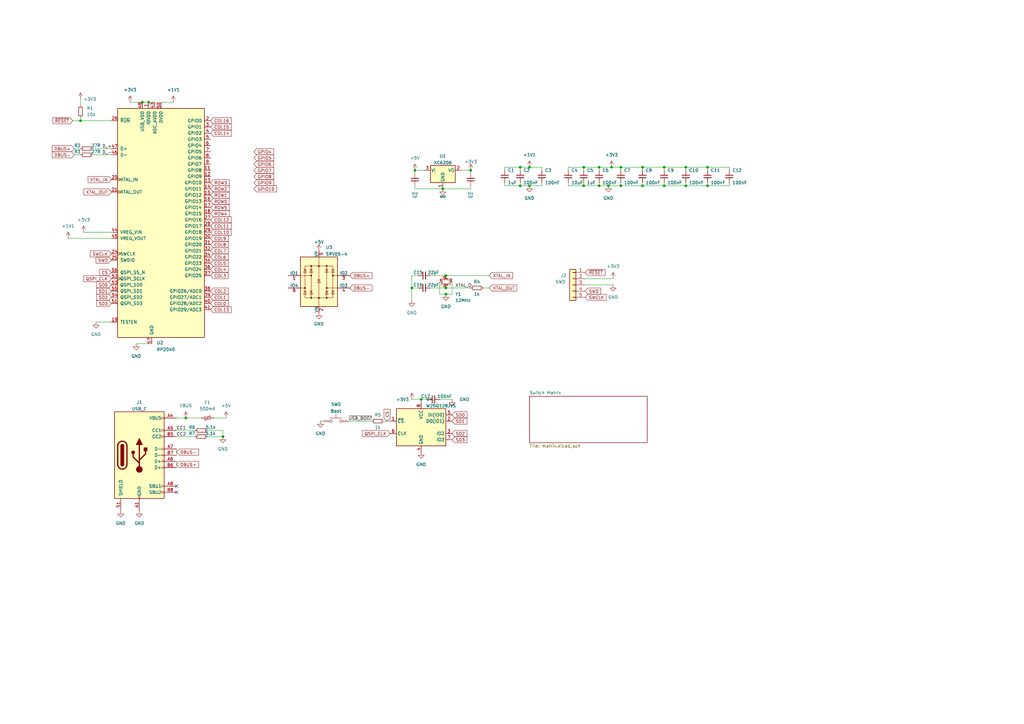
<source format=kicad_sch>
(kicad_sch (version 20211123) (generator eeschema)
  (paper "A3")
  (lib_symbols
    (symbol "Connector:USB_C_Receptacle_USB2.0" (pin_names (offset 1.016))
      (property "Reference" "J" (at -10.16 19.05 0))
      (property "Value" "USB_C_Receptacle_USB2.0" (at 19.05 19.05 0))
      (symbol "USB_C_Receptacle_USB2.0_0_0"
        (rectangle (start -0.254 -17.78) (end 0.254 -16.764))
        (rectangle (start 10.16 -14.986) (end 9.144 -15.494))
        (rectangle (start 10.16 -12.446) (end 9.144 -12.954))
        (rectangle (start 10.16 -4.826) (end 9.144 -5.334))
        (rectangle (start 10.16 -2.286) (end 9.144 -2.794))
        (rectangle (start 10.16 0.254) (end 9.144 -0.254))
        (rectangle (start 10.16 2.794) (end 9.144 2.286))
        (rectangle (start 10.16 7.874) (end 9.144 7.366))
        (rectangle (start 10.16 10.414) (end 9.144 9.906))
        (rectangle (start 10.16 15.494) (end 9.144 14.986))
      )
      (symbol "USB_C_Receptacle_USB2.0_0_1"
        (rectangle (start -10.16 17.78) (end 10.16 -17.78) (stroke (width 0.254)) (fill (type background)))
        (arc (start -8.89 -3.81) (mid -6.985 -5.715) (end -5.08 -3.81) (stroke (width 0.508)))
        (arc (start -7.62 -3.81) (mid -6.985 -4.445) (end -6.35 -3.81) (stroke (width 0.254)))
        (arc (start -7.62 -3.81) (mid -6.985 -4.445) (end -6.35 -3.81) (stroke (width 0.254)) (fill (type outline)))
        (rectangle (start -7.62 -3.81) (end -6.35 3.81) (stroke (width 0.254)) (fill (type outline)))
        (arc (start -6.35 3.81) (mid -6.985 4.445) (end -7.62 3.81) (stroke (width 0.254)))
        (arc (start -6.35 3.81) (mid -6.985 4.445) (end -7.62 3.81) (stroke (width 0.254)) (fill (type outline)))
        (arc (start -5.08 3.81) (mid -6.985 5.715) (end -8.89 3.81) (stroke (width 0.508)))
        (circle (center -2.54 1.143) (radius 0.635) (stroke (width 0.254)) (fill (type outline)))
        (circle (center 0 -5.842) (radius 1.27) (fill (type outline)))
        (polyline (pts (xy -8.89 -3.81) (xy -8.89 3.81)) (stroke (width 0.508)))
        (polyline (pts (xy -5.08 3.81) (xy -5.08 -3.81)) (stroke (width 0.508)))
        (polyline (pts (xy 0 -5.842) (xy 0 4.318)) (stroke (width 0.508)))
        (polyline (pts (xy 0 -3.302) (xy -2.54 -0.762) (xy -2.54 0.508)) (stroke (width 0.508)))
        (polyline (pts (xy 0 -2.032) (xy 2.54 0.508) (xy 2.54 1.778)) (stroke (width 0.508)))
        (polyline (pts (xy -1.27 4.318) (xy 0 6.858) (xy 1.27 4.318) (xy -1.27 4.318)) (stroke (width 0.254)) (fill (type outline)))
        (rectangle (start 1.905 1.778) (end 3.175 3.048) (stroke (width 0.254)) (fill (type outline)))
      )
      (symbol "USB_C_Receptacle_USB2.0_1_1"
        (pin passive line (at 0 -22.86 90) (length 5.08) (name "GND") (number "A1"))
        (pin passive line (at 0 -22.86 90) (length 5.08) hide (name "GND") (number "A12"))
        (pin passive line (at 15.24 15.24 180) (length 5.08) (name "VBUS") (number "A4"))
        (pin bidirectional line (at 15.24 10.16 180) (length 5.08) (name "CC1") (number "A5"))
        (pin bidirectional line (at 15.24 -2.54 180) (length 5.08) (name "D+") (number "A6"))
        (pin bidirectional line (at 15.24 2.54 180) (length 5.08) (name "D-") (number "A7"))
        (pin bidirectional line (at 15.24 -12.7 180) (length 5.08) (name "SBU1") (number "A8"))
        (pin passive line (at 15.24 15.24 180) (length 5.08) hide (name "VBUS") (number "A9"))
        (pin passive line (at 0 -22.86 90) (length 5.08) hide (name "GND") (number "B1"))
        (pin passive line (at 0 -22.86 90) (length 5.08) hide (name "GND") (number "B12"))
        (pin passive line (at 15.24 15.24 180) (length 5.08) hide (name "VBUS") (number "B4"))
        (pin bidirectional line (at 15.24 7.62 180) (length 5.08) (name "CC2") (number "B5"))
        (pin bidirectional line (at 15.24 -5.08 180) (length 5.08) (name "D+") (number "B6"))
        (pin bidirectional line (at 15.24 0 180) (length 5.08) (name "D-") (number "B7"))
        (pin bidirectional line (at 15.24 -15.24 180) (length 5.08) (name "SBU2") (number "B8"))
        (pin passive line (at 15.24 15.24 180) (length 5.08) hide (name "VBUS") (number "B9"))
        (pin passive line (at -7.62 -22.86 90) (length 5.08) (name "SHIELD") (number "S1"))
      )
    )
    (symbol "Connector_Generic:Conn_01x05" (pin_names (offset 1.016) hide)
      (property "Reference" "J" (at 0 7.62 0))
      (property "Value" "Conn_01x05" (at 0 -7.62 0))
      (symbol "Conn_01x05_1_1"
        (rectangle (start -1.27 -4.953) (end 0 -5.207) (stroke (width 0.1524)))
        (rectangle (start -1.27 -2.413) (end 0 -2.667) (stroke (width 0.1524)))
        (rectangle (start -1.27 0.127) (end 0 -0.127) (stroke (width 0.1524)))
        (rectangle (start -1.27 2.667) (end 0 2.413) (stroke (width 0.1524)))
        (rectangle (start -1.27 5.207) (end 0 4.953) (stroke (width 0.1524)))
        (rectangle (start -1.27 6.35) (end 1.27 -6.35) (stroke (width 0.254)) (fill (type background)))
        (pin passive line (at -5.08 5.08 0) (length 3.81) (name "Pin_1") (number "1"))
        (pin passive line (at -5.08 2.54 0) (length 3.81) (name "Pin_2") (number "2"))
        (pin passive line (at -5.08 0 0) (length 3.81) (name "Pin_3") (number "3"))
        (pin passive line (at -5.08 -2.54 0) (length 3.81) (name "Pin_4") (number "4"))
        (pin passive line (at -5.08 -5.08 0) (length 3.81) (name "Pin_5") (number "5"))
      )
    )
    (symbol "Device:C_Small" (pin_numbers hide) (pin_names (offset 0.254) hide)
      (property "Reference" "C" (at 0.254 1.778 0))
      (property "Value" "C_Small" (at 0.254 -2.032 0))
      (symbol "C_Small_0_1"
        (polyline (pts (xy -1.524 -0.508) (xy 1.524 -0.508)) (stroke (width 0.3302)))
        (polyline (pts (xy -1.524 0.508) (xy 1.524 0.508)) (stroke (width 0.3048)))
      )
      (symbol "C_Small_1_1"
        (pin passive line (at 0 2.54 270) (length 2.032) (name "~") (number "1"))
        (pin passive line (at 0 -2.54 90) (length 2.032) (name "~") (number "2"))
      )
    )
    (symbol "Device:Crystal_GND24_Small" (pin_names (offset 1.016) hide)
      (property "Reference" "Y" (at 1.27 4.445 0))
      (property "Value" "Crystal_GND24_Small" (at 1.27 2.54 0))
      (symbol "Crystal_GND24_Small_0_1"
        (rectangle (start -0.762 -1.524) (end 0.762 1.524))
        (polyline (pts (xy -1.27 -0.762) (xy -1.27 0.762)) (stroke (width 0.381)))
        (polyline (pts (xy 1.27 -0.762) (xy 1.27 0.762)) (stroke (width 0.381)))
        (polyline (pts (xy -1.27 -1.27) (xy -1.27 -1.905) (xy 1.27 -1.905) (xy 1.27 -1.27)))
        (polyline (pts (xy -1.27 1.27) (xy -1.27 1.905) (xy 1.27 1.905) (xy 1.27 1.27)))
      )
      (symbol "Crystal_GND24_Small_1_1"
        (pin passive line (at -2.54 0 0) (length 1.27) (name "1") (number "1"))
        (pin passive line (at 0 -2.54 90) (length 0.635) (name "2") (number "2"))
        (pin passive line (at 2.54 0 180) (length 1.27) (name "3") (number "3"))
        (pin passive line (at 0 2.54 270) (length 0.635) (name "4") (number "4"))
      )
    )
    (symbol "Device:Polyfuse_Small" (pin_numbers hide) (pin_names (offset 0))
      (property "Reference" "F" (at -1.905 0 90))
      (property "Value" "Polyfuse_Small" (at 1.905 0 90))
      (symbol "Polyfuse_Small_0_1"
        (rectangle (start -0.508 1.27) (end 0.508 -1.27))
        (polyline (pts (xy 0 2.54) (xy 0 -2.54)))
        (polyline (pts (xy -1.016 1.27) (xy -1.016 0.762) (xy 1.016 -0.762) (xy 1.016 -1.27)))
      )
      (symbol "Polyfuse_Small_1_1"
        (pin passive line (at 0 2.54 270) (length 0.635) (name "~") (number "1"))
        (pin passive line (at 0 -2.54 90) (length 0.635) (name "~") (number "2"))
      )
    )
    (symbol "Device:R_Small" (pin_numbers hide) (pin_names (offset 0.254) hide)
      (property "Reference" "R" (at 0.762 0.508 0))
      (property "Value" "R_Small" (at 0.762 -1.016 0))
      (symbol "R_Small_0_1"
        (rectangle (start -0.762 1.778) (end 0.762 -1.778) (stroke (width 0.2032)))
      )
      (symbol "R_Small_1_1"
        (pin passive line (at 0 2.54 270) (length 0.762) (name "~") (number "1"))
        (pin passive line (at 0 -2.54 90) (length 0.762) (name "~") (number "2"))
      )
    )
    (symbol "Memory_Flash:W25Q128JVS"
      (property "Reference" "U" (at -8.89 8.89 0))
      (property "Value" "W25Q128JVS" (at 7.62 8.89 0))
      (symbol "W25Q128JVS_0_1"
        (rectangle (start -10.16 7.62) (end 10.16 -7.62) (stroke (width 0.254)) (fill (type background)))
      )
      (symbol "W25Q128JVS_1_1"
        (pin input line (at -12.7 2.54 0) (length 2.54) (name "~{CS}") (number "1"))
        (pin bidirectional line (at 12.7 2.54 180) (length 2.54) (name "DO(IO1)") (number "2"))
        (pin bidirectional line (at 12.7 -2.54 180) (length 2.54) (name "IO2") (number "3"))
        (pin power_in line (at 0 -10.16 90) (length 2.54) (name "GND") (number "4"))
        (pin bidirectional line (at 12.7 5.08 180) (length 2.54) (name "DI(IO0)") (number "5"))
        (pin input line (at -12.7 -2.54 0) (length 2.54) (name "CLK") (number "6"))
        (pin bidirectional line (at 12.7 -5.08 180) (length 2.54) (name "IO3") (number "7"))
        (pin power_in line (at 0 10.16 270) (length 2.54) (name "VCC") (number "8"))
      )
    )
    (symbol "Regulator_Linear:XC6206PxxxMR" (pin_names (offset 0.254))
      (property "Reference" "U" (at -3.81 3.175 0))
      (property "Value" "XC6206PxxxMR" (at 0 3.175 0))
      (symbol "XC6206PxxxMR_0_1"
        (rectangle (start -5.08 1.905) (end 5.08 -5.08) (stroke (width 0.254)) (fill (type background)))
      )
      (symbol "XC6206PxxxMR_1_1"
        (pin power_in line (at 0 -7.62 90) (length 2.54) (name "GND") (number "1"))
        (pin power_out line (at 7.62 0 180) (length 2.54) (name "VO") (number "2"))
        (pin power_in line (at -7.62 0 0) (length 2.54) (name "VI") (number "3"))
      )
    )
    (symbol "Sleep-lib:RP2040" (pin_names (offset 1.016))
      (property "Reference" "U" (at 8.89 51.435 0))
      (property "Value" "RP2040" (at 8.89 48.895 0))
      (symbol "RP2040_0_0"
        (rectangle (start -17.78 -45.72) (end 17.78 48.26) (stroke (width 0.254)) (fill (type background)))
      )
      (symbol "RP2040_1_1"
        (pin power_in line (at -5.08 50.8 270) (length 2.54) (name "IOVDD") (number "1"))
        (pin power_in line (at -5.08 50.8 270) (length 2.54) hide (name "IOVDD") (number "10"))
        (pin input line (at 20.32 22.86 180) (length 2.54) (name "GPIO8") (number "11"))
        (pin input line (at 20.32 20.32 180) (length 2.54) (name "GPIO9") (number "12"))
        (pin input line (at 20.32 17.78 180) (length 2.54) (name "GPIO10") (number "13"))
        (pin input line (at 20.32 15.24 180) (length 2.54) (name "GPIO11") (number "14"))
        (pin input line (at 20.32 12.7 180) (length 2.54) (name "GPIO12") (number "15"))
        (pin input line (at 20.32 10.16 180) (length 2.54) (name "GPIO13") (number "16"))
        (pin input line (at 20.32 7.62 180) (length 2.54) (name "GPIO14") (number "17"))
        (pin input line (at 20.32 5.08 180) (length 2.54) (name "GPIO15") (number "18"))
        (pin input line (at -20.32 -39.37 0) (length 2.54) (name "TESTEN") (number "19"))
        (pin input line (at 20.32 43.18 180) (length 2.54) (name "GPIO0") (number "2"))
        (pin input clock (at -20.32 19.05 0) (length 2.54) (name "XTAL_IN") (number "20"))
        (pin input clock (at -20.32 13.97 0) (length 2.54) (name "XTAL_OUT") (number "21"))
        (pin power_in line (at -5.08 50.8 270) (length 2.54) hide (name "IOVDD") (number "22"))
        (pin power_in line (at 0 50.8 270) (length 2.54) hide (name "DVDD") (number "23"))
        (pin input clock (at -20.32 -11.43 0) (length 2.54) (name "SWCLK") (number "24"))
        (pin bidirectional line (at -20.32 -13.97 0) (length 2.54) (name "SWDIO") (number "25"))
        (pin input line (at -20.32 43.18 0) (length 2.54) (name "~{RUN}") (number "26"))
        (pin input line (at 20.32 2.54 180) (length 2.54) (name "GPIO16") (number "27"))
        (pin input line (at 20.32 0 180) (length 2.54) (name "GPIO17") (number "28"))
        (pin input line (at 20.32 -2.54 180) (length 2.54) (name "GPIO18") (number "29"))
        (pin input line (at 20.32 40.64 180) (length 2.54) (name "GPIO1") (number "3"))
        (pin input line (at 20.32 -5.08 180) (length 2.54) (name "GPIO19") (number "30"))
        (pin input line (at 20.32 -7.62 180) (length 2.54) (name "GPIO20") (number "31"))
        (pin input line (at 20.32 -10.16 180) (length 2.54) (name "GPIO21") (number "32"))
        (pin power_in line (at -5.08 50.8 270) (length 2.54) hide (name "IOVDD") (number "33"))
        (pin input line (at 20.32 -12.7 180) (length 2.54) (name "GPIO22") (number "34"))
        (pin input line (at 20.32 -15.24 180) (length 2.54) (name "GPIO23") (number "35"))
        (pin input line (at 20.32 -17.78 180) (length 2.54) (name "GPIO24") (number "36"))
        (pin input line (at 20.32 -20.32 180) (length 2.54) (name "GPIO25") (number "37"))
        (pin input line (at 20.32 -26.67 180) (length 2.54) (name "GPIO26/ADC0") (number "38"))
        (pin input line (at 20.32 -29.21 180) (length 2.54) (name "GPIO27/ADC1") (number "39"))
        (pin input line (at 20.32 38.1 180) (length 2.54) (name "GPIO2") (number "4"))
        (pin input line (at 20.32 -31.75 180) (length 2.54) (name "GPIO28/ADC2") (number "40"))
        (pin input line (at 20.32 -34.29 180) (length 2.54) (name "GPIO29/ADC3") (number "41"))
        (pin power_in line (at -5.08 50.8 270) (length 2.54) hide (name "IOVDD") (number "42"))
        (pin power_in line (at -2.54 50.8 270) (length 2.54) (name "ADC_AVDD") (number "43"))
        (pin power_in line (at -20.32 -2.54 0) (length 2.54) (name "VREG_VIN") (number "44"))
        (pin power_out line (at -20.32 -5.08 0) (length 2.54) (name "VREG_VOUT") (number "45"))
        (pin bidirectional line (at -20.32 29.21 0) (length 2.54) (name "D-") (number "46"))
        (pin bidirectional line (at -20.32 31.75 0) (length 2.54) (name "D+") (number "47"))
        (pin power_in line (at -7.62 50.8 270) (length 2.54) (name "USB_VDD") (number "48"))
        (pin power_in line (at -5.08 50.8 270) (length 2.54) hide (name "IOVDD") (number "49"))
        (pin input line (at 20.32 35.56 180) (length 2.54) (name "GPIO3") (number "5"))
        (pin power_in line (at 0 50.8 270) (length 2.54) (name "DVDD") (number "50"))
        (pin bidirectional line (at -20.32 -31.75 0) (length 2.54) (name "QSPI_SD3") (number "51"))
        (pin input clock (at -20.32 -21.59 0) (length 2.54) (name "QSPI_SCLK") (number "52"))
        (pin bidirectional line (at -20.32 -24.13 0) (length 2.54) (name "QSPI_SD0") (number "53"))
        (pin bidirectional line (at -20.32 -29.21 0) (length 2.54) (name "QSPI_SD2") (number "54"))
        (pin bidirectional line (at -20.32 -26.67 0) (length 2.54) (name "QSPI_SD1") (number "55"))
        (pin bidirectional line (at -20.32 -19.05 0) (length 2.54) (name "QSPI_SS_N") (number "56"))
        (pin power_in line (at -3.81 -48.26 90) (length 2.54) (name "GND") (number "57"))
        (pin input line (at 20.32 33.02 180) (length 2.54) (name "GPIO4") (number "6"))
        (pin input line (at 20.32 30.48 180) (length 2.54) (name "GPIO5") (number "7"))
        (pin input line (at 20.32 27.94 180) (length 2.54) (name "GPIO6") (number "8"))
        (pin input line (at 20.32 25.4 180) (length 2.54) (name "GPIO7") (number "9"))
      )
    )
    (symbol "Switch:SW_Push" (pin_numbers hide) (pin_names (offset 1.016) hide)
      (property "Reference" "SW" (at 1.27 2.54 0))
      (property "Value" "SW_Push" (at 0 -1.524 0))
      (symbol "SW_Push_0_1"
        (circle (center -2.032 0) (radius 0.508))
        (polyline (pts (xy 0 1.27) (xy 0 3.048)))
        (polyline (pts (xy 2.54 1.27) (xy -2.54 1.27)))
        (circle (center 2.032 0) (radius 0.508))
        (pin passive line (at -5.08 0 0) (length 2.54) (name "1") (number "1"))
        (pin passive line (at 5.08 0 180) (length 2.54) (name "2") (number "2"))
      )
    )
    (symbol "marbastlib-various:SRV05-4" (pin_names (offset 0))
      (property "Reference" "U" (at -5.08 11.43 0))
      (property "Value" "SRV05-4" (at 2.54 11.43 0))
      (symbol "SRV05-4_0_0"
        (rectangle (start -5.715 6.477) (end 5.715 -6.604))
        (polyline (pts (xy -3.175 -6.604) (xy -3.175 6.477)))
        (polyline (pts (xy 3.175 6.477) (xy 3.175 -6.604)))
      )
      (symbol "SRV05-4_0_1"
        (rectangle (start -7.62 10.16) (end 7.62 -10.16) (stroke (width 0.254)) (fill (type background)))
        (circle (center -5.715 -2.54) (radius 0.2794) (fill (type outline)))
        (circle (center -3.175 -6.604) (radius 0.2794) (fill (type outline)))
        (circle (center -3.175 2.54) (radius 0.2794) (fill (type outline)))
        (circle (center -3.175 6.477) (radius 0.2794) (fill (type outline)))
        (circle (center 0 -6.604) (radius 0.2794) (fill (type outline)))
        (polyline (pts (xy -7.747 2.54) (xy -3.175 2.54)))
        (polyline (pts (xy -7.62 -2.54) (xy -5.715 -2.54)))
        (polyline (pts (xy -5.08 -3.81) (xy -6.35 -3.81)))
        (polyline (pts (xy -5.08 5.08) (xy -6.35 5.08)))
        (polyline (pts (xy -2.54 -3.81) (xy -3.81 -3.81)))
        (polyline (pts (xy -2.54 5.08) (xy -3.81 5.08)))
        (polyline (pts (xy 0 10.16) (xy 0 -10.16)))
        (polyline (pts (xy 3.81 -3.81) (xy 2.54 -3.81)))
        (polyline (pts (xy 3.81 5.08) (xy 2.54 5.08)))
        (polyline (pts (xy 6.35 -3.81) (xy 5.08 -3.81)))
        (polyline (pts (xy 6.35 5.08) (xy 5.08 5.08)))
        (polyline (pts (xy 7.62 -2.54) (xy 3.175 -2.54)))
        (polyline (pts (xy 7.62 2.54) (xy 5.715 2.54)))
        (polyline (pts (xy 0.635 0.889) (xy -0.635 0.889) (xy -0.635 0.635)))
        (polyline (pts (xy -5.08 -5.08) (xy -6.35 -5.08) (xy -5.715 -3.81) (xy -5.08 -5.08)))
        (polyline (pts (xy -5.08 3.81) (xy -6.35 3.81) (xy -5.715 5.08) (xy -5.08 3.81)))
        (polyline (pts (xy -2.54 -5.08) (xy -3.81 -5.08) (xy -3.175 -3.81) (xy -2.54 -5.08)))
        (polyline (pts (xy -2.54 3.81) (xy -3.81 3.81) (xy -3.175 5.08) (xy -2.54 3.81)))
        (polyline (pts (xy 0.635 -0.381) (xy -0.635 -0.381) (xy 0 0.889) (xy 0.635 -0.381)))
        (polyline (pts (xy 3.81 -5.08) (xy 2.54 -5.08) (xy 3.175 -3.81) (xy 3.81 -5.08)))
        (polyline (pts (xy 3.81 3.81) (xy 2.54 3.81) (xy 3.175 5.08) (xy 3.81 3.81)))
        (polyline (pts (xy 6.35 -5.08) (xy 5.08 -5.08) (xy 5.715 -3.81) (xy 6.35 -5.08)))
        (polyline (pts (xy 6.35 3.81) (xy 5.08 3.81) (xy 5.715 5.08) (xy 6.35 3.81)))
        (circle (center 0 6.477) (radius 0.2794) (fill (type outline)))
        (circle (center 3.175 -6.604) (radius 0.2794) (fill (type outline)))
        (circle (center 3.175 -2.54) (radius 0.2794) (fill (type outline)))
        (circle (center 3.175 6.477) (radius 0.2794) (fill (type outline)))
        (circle (center 5.715 2.54) (radius 0.2794) (fill (type outline)))
      )
      (symbol "SRV05-4_1_1"
        (pin passive line (at -12.7 2.54 0) (length 5.08) (name "IO1") (number "1"))
        (pin passive line (at 0 -12.7 90) (length 2.54) (name "VN") (number "2"))
        (pin passive line (at 12.7 2.54 180) (length 5.08) (name "IO2") (number "3"))
        (pin passive line (at 12.7 -2.54 180) (length 5.08) (name "IO3") (number "4"))
        (pin passive line (at 0 12.7 270) (length 2.54) (name "VP") (number "5"))
        (pin passive line (at -12.7 -2.54 0) (length 5.08) (name "IO4") (number "6"))
      )
    )
    (symbol "power:+1V1" (power) (pin_names (offset 0))
      (property "Value" "+1V1" (at 0 3.556 0))
      (symbol "+1V1_0_1"
        (polyline (pts (xy -0.762 1.27) (xy 0 2.54)))
        (polyline (pts (xy 0 0) (xy 0 2.54)))
        (polyline (pts (xy 0 2.54) (xy 0.762 1.27)))
      )
      (symbol "+1V1_1_1"
        (pin power_in line (at 0 0 90) (length 0) hide (name "+1V1") (number "1"))
      )
    )
    (symbol "power:+3.3V" (power) (pin_names (offset 0))
      (property "Value" "+3.3V" (at 0 3.556 0))
      (symbol "+3.3V_0_1"
        (polyline (pts (xy -0.762 1.27) (xy 0 2.54)))
        (polyline (pts (xy 0 0) (xy 0 2.54)))
        (polyline (pts (xy 0 2.54) (xy 0.762 1.27)))
      )
      (symbol "+3.3V_1_1"
        (pin power_in line (at 0 0 90) (length 0) hide (name "+3V3") (number "1"))
      )
    )
    (symbol "power:+3V3" (power) (pin_names (offset 0))
      (property "Value" "+3V3" (at 0 3.556 0))
      (symbol "+3V3_0_1"
        (polyline (pts (xy -0.762 1.27) (xy 0 2.54)))
        (polyline (pts (xy 0 0) (xy 0 2.54)))
        (polyline (pts (xy 0 2.54) (xy 0.762 1.27)))
      )
      (symbol "+3V3_1_1"
        (pin power_in line (at 0 0 90) (length 0) hide (name "+3V3") (number "1"))
      )
    )
    (symbol "power:+5V" (power) (pin_names (offset 0))
      (property "Value" "+5V" (at 0 3.556 0))
      (symbol "+5V_0_1"
        (polyline (pts (xy -0.762 1.27) (xy 0 2.54)))
        (polyline (pts (xy 0 0) (xy 0 2.54)))
        (polyline (pts (xy 0 2.54) (xy 0.762 1.27)))
      )
      (symbol "+5V_1_1"
        (pin power_in line (at 0 0 90) (length 0) hide (name "+5V") (number "1"))
      )
    )
    (symbol "power:GND" (power) (pin_names (offset 0))
      (property "Value" "GND" (at 0 -3.81 0))
      (symbol "GND_0_1"
        (polyline (pts (xy 0 0) (xy 0 -1.27) (xy 1.27 -1.27) (xy 0 -2.54) (xy -1.27 -1.27) (xy 0 -1.27)))
      )
      (symbol "GND_1_1"
        (pin power_in line (at 0 0 270) (length 0) hide (name "GND") (number "1"))
      )
    )
    (symbol "power:VBUS" (power) (pin_names (offset 0))
      (property "Value" "VBUS" (at 0 3.81 0))
      (symbol "VBUS_0_1"
        (polyline (pts (xy -0.762 1.27) (xy 0 2.54)))
        (polyline (pts (xy 0 0) (xy 0 2.54)))
        (polyline (pts (xy 0 2.54) (xy 0.762 1.27)))
      )
      (symbol "VBUS_1_1"
        (pin power_in line (at 0 0 90) (length 0) hide (name "VBUS") (number "1"))
      )
    )
  )
  (junction (at 193.04 69.85) (diameter 0.9144))
  (junction (at 245.745 76.2))
  (junction (at 182.88 120.65))
  (junction (at 245.745 68.58))
  (junction (at 290.195 76.2))
  (junction (at 254.635 68.58))
  (junction (at 182.88 113.03))
  (junction (at 58.42 41.91))
  (junction (at 181.61 77.47) (diameter 0.9144))
  (junction (at 281.305 68.58))
  (junction (at 172.72 163.83))
  (junction (at 168.91 118.11))
  (junction (at 263.525 76.2))
  (junction (at 170.18 69.85) (diameter 0.9144))
  (junction (at 281.305 76.2))
  (junction (at 33.02 49.53))
  (junction (at 272.415 76.2))
  (junction (at 182.88 118.11))
  (junction (at 217.17 76.2))
  (junction (at 76.2 171.45))
  (junction (at 213.36 76.2))
  (junction (at 249.555 76.2))
  (junction (at 60.96 41.91))
  (junction (at 272.415 68.58))
  (junction (at 239.395 76.2))
  (junction (at 217.17 68.58))
  (junction (at 91.44 179.07))
  (junction (at 213.36 68.58))
  (junction (at 254.635 76.2))
  (junction (at 239.395 68.58))
  (junction (at 290.195 68.58))
  (junction (at 250.825 68.58))
  (junction (at 263.525 68.58))
  (no_connect (at 72.39 199.39))
  (no_connect (at 72.39 201.93))
  (wire (pts (xy 87.63 171.45) (xy 92.71 171.45)))
  (wire (pts (xy 281.305 68.58) (xy 281.305 69.85)))
  (wire (pts (xy 263.525 76.2) (xy 263.525 74.93)))
  (wire (pts (xy 182.88 113.03) (xy 200.66 113.03)))
  (wire (pts (xy 131.445 172.72) (xy 132.715 172.72)))
  (wire (pts (xy 239.395 74.93) (xy 239.395 76.2)))
  (wire (pts (xy 207.01 74.93) (xy 207.01 76.2)))
  (wire (pts (xy 245.745 68.58) (xy 250.825 68.58)))
  (wire (pts (xy 142.875 172.72) (xy 152.4 172.72)))
  (wire (pts (xy 172.72 163.83) (xy 172.72 165.1)))
  (wire (pts (xy 30.48 63.5) (xy 33.02 63.5)))
  (wire (pts (xy 217.17 68.58) (xy 213.36 68.58)))
  (wire (pts (xy 254.635 76.2) (xy 263.525 76.2)))
  (wire (pts (xy 172.72 163.83) (xy 175.26 163.83)))
  (wire (pts (xy 263.525 68.58) (xy 263.525 69.85)))
  (wire (pts (xy 233.045 69.85) (xy 233.045 68.58)))
  (wire (pts (xy 176.53 118.11) (xy 182.88 118.11)))
  (wire (pts (xy 181.61 77.47) (xy 193.04 77.47)))
  (wire (pts (xy 281.305 68.58) (xy 290.195 68.58)))
  (wire (pts (xy 233.045 76.2) (xy 239.395 76.2)))
  (wire (pts (xy 263.525 76.2) (xy 272.415 76.2)))
  (wire (pts (xy 245.745 74.93) (xy 245.745 76.2)))
  (wire (pts (xy 180.34 115.57) (xy 180.34 120.65)))
  (wire (pts (xy 180.34 120.65) (xy 182.88 120.65)))
  (wire (pts (xy 34.29 95.25) (xy 45.72 95.25)))
  (wire (pts (xy 213.36 68.58) (xy 213.36 69.85)))
  (wire (pts (xy 239.395 76.2) (xy 245.745 76.2)))
  (wire (pts (xy 168.91 118.11) (xy 168.91 123.19)))
  (wire (pts (xy 33.02 49.53) (xy 45.72 49.53)))
  (wire (pts (xy 299.085 76.2) (xy 299.085 74.93)))
  (wire (pts (xy 72.39 179.07) (xy 80.01 179.07)))
  (wire (pts (xy 193.04 69.85) (xy 193.04 71.12)))
  (wire (pts (xy 60.96 41.91) (xy 63.5 41.91)))
  (wire (pts (xy 240.03 114.3) (xy 251.46 114.3)))
  (wire (pts (xy 53.34 41.91) (xy 58.42 41.91)))
  (wire (pts (xy 168.91 118.11) (xy 171.45 118.11)))
  (wire (pts (xy 45.72 97.79) (xy 27.94 97.79)))
  (wire (pts (xy 290.195 76.2) (xy 299.085 76.2)))
  (wire (pts (xy 38.1 63.5) (xy 45.72 63.5)))
  (wire (pts (xy 193.04 76.2) (xy 193.04 77.47)))
  (wire (pts (xy 272.415 68.58) (xy 281.305 68.58)))
  (wire (pts (xy 290.195 76.2) (xy 290.195 74.93)))
  (wire (pts (xy 290.195 68.58) (xy 299.085 68.58)))
  (wire (pts (xy 254.635 68.58) (xy 254.635 69.85)))
  (wire (pts (xy 245.745 76.2) (xy 249.555 76.2)))
  (wire (pts (xy 281.305 74.93) (xy 281.305 76.2)))
  (wire (pts (xy 254.635 68.58) (xy 263.525 68.58)))
  (wire (pts (xy 185.42 115.57) (xy 185.42 120.65)))
  (wire (pts (xy 207.01 68.58) (xy 207.01 69.85)))
  (wire (pts (xy 290.195 68.58) (xy 290.195 69.85)))
  (wire (pts (xy 181.61 77.47) (xy 170.18 77.47)))
  (wire (pts (xy 213.36 68.58) (xy 207.01 68.58)))
  (wire (pts (xy 272.415 76.2) (xy 281.305 76.2)))
  (wire (pts (xy 85.09 179.07) (xy 91.44 179.07)))
  (wire (pts (xy 254.635 76.2) (xy 254.635 74.93)))
  (wire (pts (xy 72.39 171.45) (xy 76.2 171.45)))
  (wire (pts (xy 250.825 68.58) (xy 254.635 68.58)))
  (wire (pts (xy 72.39 184.15) (xy 72.39 186.69)))
  (wire (pts (xy 30.48 60.96) (xy 33.02 60.96)))
  (wire (pts (xy 272.415 68.58) (xy 272.415 69.85)))
  (wire (pts (xy 299.085 68.58) (xy 299.085 69.85)))
  (wire (pts (xy 222.25 76.2) (xy 222.25 74.93)))
  (wire (pts (xy 222.25 68.58) (xy 222.25 69.85)))
  (wire (pts (xy 170.18 69.85) (xy 170.18 71.12)))
  (wire (pts (xy 180.34 163.83) (xy 185.42 163.83)))
  (wire (pts (xy 170.18 69.85) (xy 173.99 69.85)))
  (wire (pts (xy 33.02 40.64) (xy 33.02 43.18)))
  (wire (pts (xy 72.39 189.23) (xy 72.39 191.77)))
  (wire (pts (xy 251.46 116.84) (xy 240.03 116.84)))
  (wire (pts (xy 29.845 49.53) (xy 33.02 49.53)))
  (wire (pts (xy 182.88 118.11) (xy 193.04 118.11)))
  (wire (pts (xy 157.48 172.72) (xy 160.02 172.72)))
  (wire (pts (xy 189.23 69.85) (xy 193.04 69.85)))
  (wire (pts (xy 213.36 76.2) (xy 217.17 76.2)))
  (wire (pts (xy 185.42 120.65) (xy 182.88 120.65)))
  (wire (pts (xy 91.44 176.53) (xy 91.44 179.07)))
  (wire (pts (xy 213.36 74.93) (xy 213.36 76.2)))
  (wire (pts (xy 239.395 68.58) (xy 239.395 69.85)))
  (wire (pts (xy 233.045 68.58) (xy 239.395 68.58)))
  (wire (pts (xy 72.39 176.53) (xy 80.01 176.53)))
  (wire (pts (xy 171.45 113.03) (xy 168.91 113.03)))
  (wire (pts (xy 55.88 140.97) (xy 62.23 140.97)))
  (wire (pts (xy 85.09 176.53) (xy 91.44 176.53)))
  (wire (pts (xy 176.53 113.03) (xy 182.88 113.03)))
  (wire (pts (xy 263.525 68.58) (xy 272.415 68.58)))
  (wire (pts (xy 281.305 76.2) (xy 290.195 76.2)))
  (wire (pts (xy 58.42 41.91) (xy 60.96 41.91)))
  (wire (pts (xy 245.745 68.58) (xy 239.395 68.58)))
  (wire (pts (xy 168.91 113.03) (xy 168.91 118.11)))
  (wire (pts (xy 38.1 60.96) (xy 45.72 60.96)))
  (wire (pts (xy 66.04 41.91) (xy 71.12 41.91)))
  (wire (pts (xy 249.555 76.2) (xy 254.635 76.2)))
  (wire (pts (xy 33.02 48.26) (xy 33.02 49.53)))
  (wire (pts (xy 233.045 74.93) (xy 233.045 76.2)))
  (wire (pts (xy 168.91 163.83) (xy 172.72 163.83)))
  (wire (pts (xy 198.12 118.11) (xy 200.66 118.11)))
  (wire (pts (xy 245.745 68.58) (xy 245.745 69.85)))
  (wire (pts (xy 76.2 171.45) (xy 82.55 171.45)))
  (wire (pts (xy 39.37 132.08) (xy 45.72 132.08)))
  (wire (pts (xy 272.415 74.93) (xy 272.415 76.2)))
  (wire (pts (xy 217.17 76.2) (xy 222.25 76.2)))
  (wire (pts (xy 207.01 76.2) (xy 213.36 76.2)))
  (wire (pts (xy 170.18 76.2) (xy 170.18 77.47)))
  (wire (pts (xy 217.17 68.58) (xy 222.25 68.58)))
  (label "CC2" (at 72.39 179.07 0))
  (label "D_+" (at 41.91 60.96 0))
  (label "D_-" (at 41.91 63.5 0))
  (label "CC1" (at 72.39 176.53 0))
  (label "XTAL_O" (at 186.69 118.11 0))
  (label "~{USB_BOOT}" (at 142.875 172.72 0))
  (global_label "COL10" (shape input) (at 86.36 95.25 0) (property "Intersheet References" "${INTERSHEET_REFS}" (effects hide)))
  (global_label "DBUS+" (shape input) (at 143.51 113.03 0) (property "Intersheet References" "${INTERSHEET_REFS}" (effects hide)))
  (global_label "SD3" (shape input) (at 45.72 124.46 180) (property "Intersheet References" "${INTERSHEET_REFS}" (effects hide)))
  (global_label "ROW4" (shape input) (at 86.36 87.63 0) (property "Intersheet References" "${INTERSHEET_REFS}" (effects hide)))
  (global_label "CS" (shape input) (at 158.75 172.72 90) (property "Intersheet References" "${INTERSHEET_REFS}" (effects hide)))
  (global_label "COL2" (shape input) (at 86.36 119.38 0) (property "Intersheet References" "${INTERSHEET_REFS}" (effects hide)))
  (global_label "ROW0" (shape input) (at 86.36 82.55 0) (property "Intersheet References" "${INTERSHEET_REFS}" (effects hide)))
  (global_label "QSPI_CLK" (shape input) (at 160.02 177.8 180) (property "Intersheet References" "${INTERSHEET_REFS}" (effects hide)))
  (global_label "SD3" (shape input) (at 185.42 180.34 0) (property "Intersheet References" "${INTERSHEET_REFS}" (effects hide)))
  (global_label "DBUS-" (shape input) (at 143.51 118.11 0) (property "Intersheet References" "${INTERSHEET_REFS}" (effects hide)))
  (global_label "DBUS-" (shape input) (at 72.39 185.42 0) (property "Intersheet References" "${INTERSHEET_REFS}" (effects hide)))
  (global_label "DBUS-" (shape input) (at 30.48 63.5 180) (property "Intersheet References" "${INTERSHEET_REFS}" (effects hide)))
  (global_label "ROW5" (shape input) (at 86.36 85.09 0) (property "Intersheet References" "${INTERSHEET_REFS}" (effects hide)))
  (global_label "COL12" (shape input) (at 86.36 90.17 0) (property "Intersheet References" "${INTERSHEET_REFS}" (effects hide)))
  (global_label "COL7" (shape input) (at 86.36 102.87 0) (property "Intersheet References" "${INTERSHEET_REFS}" (effects hide)))
  (global_label "COL13" (shape input) (at 86.36 127 0) (property "Intersheet References" "${INTERSHEET_REFS}" (effects hide)))
  (global_label "COL1" (shape input) (at 86.36 121.92 0) (property "Intersheet References" "${INTERSHEET_REFS}" (effects hide)))
  (global_label "COL11" (shape input) (at 86.36 92.71 0) (property "Intersheet References" "${INTERSHEET_REFS}" (effects hide)))
  (global_label "QSPI_CLK" (shape input) (at 45.72 114.3 180) (property "Intersheet References" "${INTERSHEET_REFS}" (effects hide)))
  (global_label "GPIO8" (shape input) (at 104.14 72.39 0) (property "Intersheet References" "${INTERSHEET_REFS}" (effects hide)))
  (global_label "SD0" (shape input) (at 185.42 170.18 0) (property "Intersheet References" "${INTERSHEET_REFS}" (effects hide)))
  (global_label "COL9" (shape input) (at 86.36 97.79 0) (property "Intersheet References" "${INTERSHEET_REFS}" (effects hide)))
  (global_label "COL4" (shape input) (at 86.36 110.49 0) (property "Intersheet References" "${INTERSHEET_REFS}" (effects hide)))
  (global_label "SD1" (shape input) (at 45.72 119.38 180) (property "Intersheet References" "${INTERSHEET_REFS}" (effects hide)))
  (global_label "SWCLK" (shape input) (at 45.72 104.14 180) (property "Intersheet References" "${INTERSHEET_REFS}" (effects hide)))
  (global_label "GPIO10" (shape input) (at 104.14 77.47 0) (property "Intersheet References" "${INTERSHEET_REFS}" (effects hide)))
  (global_label "SWD" (shape input) (at 240.03 119.38 0) (property "Intersheet References" "${INTERSHEET_REFS}" (effects hide)))
  (global_label "COL0" (shape input) (at 86.36 124.46 0) (property "Intersheet References" "${INTERSHEET_REFS}" (effects hide)))
  (global_label "SWD" (shape input) (at 45.72 106.68 180) (property "Intersheet References" "${INTERSHEET_REFS}" (effects hide)))
  (global_label "COL8" (shape input) (at 86.36 100.33 0) (property "Intersheet References" "${INTERSHEET_REFS}" (effects hide)))
  (global_label "DBUS+" (shape input) (at 30.48 60.96 180) (property "Intersheet References" "${INTERSHEET_REFS}" (effects hide)))
  (global_label "COL16" (shape input) (at 86.36 49.53 0) (property "Intersheet References" "${INTERSHEET_REFS}" (effects hide)))
  (global_label "~{RESET}" (shape input) (at 29.845 49.53 180) (property "Intersheet References" "${INTERSHEET_REFS}" (effects hide)))
  (global_label "ROW1" (shape input) (at 86.36 80.01 0) (property "Intersheet References" "${INTERSHEET_REFS}" (effects hide)))
  (global_label "SWCLK" (shape input) (at 240.03 121.92 0) (property "Intersheet References" "${INTERSHEET_REFS}" (effects hide)))
  (global_label "COL15" (shape input) (at 86.36 52.07 0) (property "Intersheet References" "${INTERSHEET_REFS}" (effects hide)))
  (global_label "COL6" (shape input) (at 86.36 105.41 0) (property "Intersheet References" "${INTERSHEET_REFS}" (effects hide)))
  (global_label "ROW2" (shape input) (at 86.36 77.47 0) (property "Intersheet References" "${INTERSHEET_REFS}" (effects hide)))
  (global_label "GPIO4" (shape input) (at 104.14 62.23 0) (property "Intersheet References" "${INTERSHEET_REFS}" (effects hide)))
  (global_label "SD2" (shape input) (at 45.72 121.92 180) (property "Intersheet References" "${INTERSHEET_REFS}" (effects hide)))
  (global_label "GPIO5" (shape input) (at 104.14 64.77 0) (property "Intersheet References" "${INTERSHEET_REFS}" (effects hide)))
  (global_label "COL3" (shape input) (at 86.36 113.03 0) (property "Intersheet References" "${INTERSHEET_REFS}" (effects hide)))
  (global_label "GPIO6" (shape input) (at 104.14 67.31 0) (property "Intersheet References" "${INTERSHEET_REFS}" (effects hide)))
  (global_label "SD1" (shape input) (at 185.42 172.72 0) (property "Intersheet References" "${INTERSHEET_REFS}" (effects hide)))
  (global_label "XTAL_IN" (shape input) (at 200.66 113.03 0) (property "Intersheet References" "${INTERSHEET_REFS}" (effects hide)))
  (global_label "XTAL_OUT" (shape input) (at 200.66 118.11 0) (property "Intersheet References" "${INTERSHEET_REFS}" (effects hide)))
  (global_label "ROW3" (shape input) (at 86.36 74.93 0) (property "Intersheet References" "${INTERSHEET_REFS}" (effects hide)))
  (global_label "XTAL_IN" (shape input) (at 45.72 73.66 180) (property "Intersheet References" "${INTERSHEET_REFS}" (effects hide)))
  (global_label "GPIO9" (shape input) (at 104.14 74.93 0) (property "Intersheet References" "${INTERSHEET_REFS}" (effects hide)))
  (global_label "XTAL_OUT" (shape input) (at 45.72 78.74 180) (property "Intersheet References" "${INTERSHEET_REFS}" (effects hide)))
  (global_label "~{RESET}" (shape input) (at 240.03 111.76 0) (property "Intersheet References" "${INTERSHEET_REFS}" (effects hide)))
  (global_label "SD0" (shape input) (at 45.72 116.84 180) (property "Intersheet References" "${INTERSHEET_REFS}" (effects hide)))
  (global_label "DBUS+" (shape input) (at 72.39 190.5 0) (property "Intersheet References" "${INTERSHEET_REFS}" (effects hide)))
  (global_label "SD2" (shape input) (at 185.42 177.8 0) (property "Intersheet References" "${INTERSHEET_REFS}" (effects hide)))
  (global_label "GPIO7" (shape input) (at 104.14 69.85 0) (property "Intersheet References" "${INTERSHEET_REFS}" (effects hide)))
  (global_label "COL14" (shape input) (at 86.36 54.61 0) (property "Intersheet References" "${INTERSHEET_REFS}" (effects hide)))
  (global_label "CS" (shape input) (at 45.72 111.76 180) (property "Intersheet References" "${INTERSHEET_REFS}" (effects hide)))
  (global_label "COL5" (shape input) (at 86.36 107.95 0) (property "Intersheet References" "${INTERSHEET_REFS}" (effects hide)))
  (symbol (lib_id "Device:C_Small") (at 233.045 72.39 0) (unit 1)
    (property "Reference" "C4" (at 234.315 69.8499 0) (effects (justify left)))
    (property "Value" "10uF" (at 234.315 74.9299 0) (effects (justify left)))
    (property "Footprint" "Capacitor_SMD:C_0402_1005Metric" (effects hide))
    (property "LCSC" "C15525" (effects hide))
  )
  (symbol (lib_id "power:+3V3") (at 34.29 95.25 0) (unit 1)
    (property "Reference" "#PWR0101" (effects hide))
    (property "Value" "+3V3" (at 34.29 90.17 0))
  )
  (symbol (lib_id "power:+3V3") (at 53.34 41.91 0) (unit 1)
    (property "Reference" "#PWR02" (effects hide))
    (property "Value" "+3V3" (at 53.34 36.83 0))
  )
  (symbol (lib_id "Device:C_Small") (at 177.8 163.83 90) (unit 1)
    (property "Reference" "C17" (at 176.5299 162.56 90) (effects (justify left)))
    (property "Value" "100nF" (at 185.4199 162.56 90) (effects (justify left)))
    (property "Footprint" "Capacitor_SMD:C_0402_1005Metric" (effects hide))
    (property "LCSC" "C1525" (effects hide))
  )
  (symbol (lib_id "Device:C_Small") (at 299.085 72.39 0) (unit 1)
    (property "Reference" "C12" (at 300.355 69.8499 0) (effects (justify left)))
    (property "Value" "100nF" (at 300.355 74.9299 0) (effects (justify left)))
    (property "Footprint" "Capacitor_SMD:C_0402_1005Metric" (effects hide))
    (property "LCSC" "C1525" (effects hide))
  )
  (symbol (lib_id "power:GND") (at 172.72 185.42 0) (unit 1)
    (property "Reference" "#PWR023" (effects hide))
    (property "Value" "GND" (at 172.72 190.5 0))
  )
  (symbol (lib_id "Device:C_Small") (at 207.01 72.39 0) (unit 1)
    (property "Reference" "C1" (at 208.28 69.8499 0) (effects (justify left)))
    (property "Value" "1uF" (at 208.28 74.9299 0) (effects (justify left)))
    (property "Footprint" "Capacitor_SMD:C_0402_1005Metric" (effects hide))
    (property "LCSC" "C52923" (effects hide))
  )
  (symbol (lib_id "power:+5V") (at 170.18 69.85 0) (unit 1)
    (property "Reference" "#PWR06" (effects hide))
    (property "Value" "+5V" (at 170.18 64.77 0))
  )
  (symbol (lib_id "Device:C_Small") (at 263.525 72.39 0) (unit 1)
    (property "Reference" "C8" (at 264.795 69.8499 0) (effects (justify left)))
    (property "Value" "100nF" (at 264.795 74.9299 0) (effects (justify left)))
    (property "Footprint" "Capacitor_SMD:C_0402_1005Metric" (effects hide))
    (property "LCSC" "C1525" (effects hide))
  )
  (symbol (lib_id "Device:R_Small") (at 154.94 172.72 90) (unit 1)
    (property "Reference" "R5" (at 154.94 170.18 90))
    (property "Value" "1k" (at 154.94 175.26 90))
    (property "Footprint" "Resistor_SMD:R_0402_1005Metric" (effects hide))
    (property "LCSC" "C11702" (effects hide))
  )
  (symbol (lib_id "power:+3V3") (at 251.46 114.3 0) (unit 1)
    (property "Reference" "#PWR026" (effects hide))
    (property "Value" "+3V3" (at 251.46 109.22 0))
  )
  (symbol (lib_id "power:GND") (at 91.44 179.07 0) (unit 1)
    (property "Reference" "#PWR022" (effects hide))
    (property "Value" "GND" (at 91.44 184.15 0))
  )
  (symbol (lib_id "power:+1V1") (at 217.17 68.58 0) (unit 1)
    (property "Reference" "#PWR04" (effects hide))
    (property "Value" "+1V1" (at 217.17 63.5 0))
  )
  (symbol (lib_id "Device:C_Small") (at 290.195 72.39 0) (unit 1)
    (property "Reference" "C11" (at 291.465 69.8499 0) (effects (justify left)))
    (property "Value" "100nF" (at 291.465 74.9299 0) (effects (justify left)))
    (property "Footprint" "Capacitor_SMD:C_0402_1005Metric" (effects hide))
    (property "LCSC" "C1525" (effects hide))
  )
  (symbol (lib_id "power:GND") (at 49.53 209.55 0) (unit 1)
    (property "Reference" "#PWR024" (effects hide))
    (property "Value" "GND" (at 49.53 214.63 0))
  )
  (symbol (lib_id "marbastlib-various:SRV05-4") (at 130.81 115.57 0) (unit 1)
    (property "Reference" "U3" (at 133.5787 101.4435 0) (effects (justify left)))
    (property "Value" "SRV05-4" (at 133.5787 104.2186 0) (effects (justify left)))
    (property "Footprint" "marbastlib-various:SOT-23-6-routable" (effects hide))
    (property "Datasheet" "http://www.onsemi.com/pub/Collateral/SRV05-4-D.PDF" (effects hide))
  )
  (symbol (lib_id "Device:R_Small") (at 195.58 118.11 90) (unit 1)
    (property "Reference" "R4" (at 195.58 115.57 90))
    (property "Value" "1k" (at 195.58 120.65 90))
    (property "Footprint" "Resistor_SMD:R_0402_1005Metric" (effects hide))
    (property "LCSC" "C11702" (effects hide))
  )
  (symbol (lib_id "Connector_Generic:Conn_01x05") (at 234.95 116.84 0) (mirror y) (unit 1) (in_bom no)
    (property "Reference" "J2" (at 231.14 113.03 0))
    (property "Value" "SWD" (at 229.87 115.57 0))
    (property "Footprint" "Connector_PinSocket_2.54mm:PinSocket_1x05_P2.54mm_Vertical" (effects hide))
  )
  (symbol (lib_id "power:+1V1") (at 27.94 97.79 0) (unit 1)
    (property "Reference" "#PWR0102" (effects hide))
    (property "Value" "+1V1" (at 27.94 92.71 0))
  )
  (symbol (lib_id "power:+3V3") (at 168.91 163.83 0) (unit 1)
    (property "Reference" "#PWR017" (effects hide))
    (property "Value" "+3V3" (at 165.1 163.83 0))
  )
  (symbol (lib_id "Regulator_Linear:XC6206PxxxMR") (at 181.61 69.85 0) (unit 1)
    (property "Reference" "U1" (at 181.61 63.9785 0))
    (property "Value" "XC6206" (at 181.61 66.7536 0))
    (property "Footprint" "Package_TO_SOT_SMD:SOT-23" (effects hide))
    (property "Datasheet" "https://www.torexsemi.com/file/xc6206/XC6206.pdf" (effects hide))
  )
  (symbol (lib_id "Device:C_Small") (at 254.635 72.39 0) (unit 1)
    (property "Reference" "C7" (at 255.905 69.8499 0) (effects (justify left)))
    (property "Value" "100nF" (at 255.905 74.9299 0) (effects (justify left)))
    (property "Footprint" "Capacitor_SMD:C_0402_1005Metric" (effects hide))
    (property "LCSC" "C1525" (effects hide))
  )
  (symbol (lib_id "Device:R_Small") (at 35.56 60.96 90) (unit 1)
    (property "Reference" "R2" (at 31.75 59.69 90))
    (property "Value" "27R" (at 39.37 59.69 90))
    (property "Footprint" "Resistor_SMD:R_0603_1608Metric" (effects hide))
    (property "LCSC" "C25190" (effects hide))
  )
  (symbol (lib_id "power:GND") (at 185.42 163.83 0) (unit 1)
    (property "Reference" "#PWR018" (effects hide))
    (property "Value" "GND" (at 190.5 163.83 0))
  )
  (symbol (lib_id "Sleep-lib:RP2040") (at 66.04 92.71 0) (unit 1)
    (property "Reference" "U2" (at 64.2494 140.5795 0) (effects (justify left)))
    (property "Value" "RP2040" (at 64.2494 143.3546 0) (effects (justify left)))
    (property "Footprint" "Sleep-lib:RP2040-QFN-56" (effects hide))
    (property "Datasheet" "https://datasheets.raspberrypi.com/rp2040/rp2040-datasheet.pdf" (effects hide))
  )
  (symbol (lib_id "Device:C_Small") (at 239.395 72.39 0) (unit 1)
    (property "Reference" "C5" (at 240.665 69.8499 0) (effects (justify left)))
    (property "Value" "1uF" (at 240.665 74.9299 0) (effects (justify left)))
    (property "Footprint" "Capacitor_SMD:C_0402_1005Metric" (effects hide))
    (property "LCSC" "C52923" (effects hide))
  )
  (symbol (lib_id "power:+1V1") (at 71.12 41.91 0) (unit 1)
    (property "Reference" "#PWR03" (effects hide))
    (property "Value" "+1V1" (at 71.12 36.83 0))
  )
  (symbol (lib_id "Device:Crystal_GND24_Small") (at 182.88 115.57 90) (unit 1)
    (property "Reference" "Y1" (at 186.69 120.65 90) (effects (justify right)))
    (property "Value" "12MHz" (at 186.69 123.19 90) (effects (justify right)))
    (property "Footprint" "Crystal:Crystal_SMD_3225-4Pin_3.2x2.5mm" (effects hide))
    (property "LCSC" "C9002" (effects hide))
  )
  (symbol (lib_id "Connector:USB_C_Receptacle_USB2.0") (at 57.15 186.69 0) (unit 1)
    (property "Reference" "J1" (at 57.15 164.9435 0))
    (property "Value" "USB_C" (at 57.15 167.7186 0))
    (property "Footprint" "Connector_USB:USB_C_Receptacle_HRO_TYPE-C-31-M-12" (effects hide))
    (property "Datasheet" "https://www.usb.org/sites/default/files/documents/usb_type-c.zip" (effects hide))
  )
  (symbol (lib_id "power:+5V") (at 130.81 102.87 0) (unit 1)
    (property "Reference" "#PWR011" (effects hide))
    (property "Value" "+5V" (at 130.81 99.2655 0))
  )
  (symbol (lib_id "Device:C_Small") (at 173.99 113.03 90) (unit 1)
    (property "Reference" "C15" (at 171.45 111.76 90))
    (property "Value" "22pF" (at 177.8 111.76 90))
    (property "Footprint" "Capacitor_SMD:C_0402_1005Metric" (effects hide))
    (property "LCSC" "C1555" (effects hide))
  )
  (symbol (lib_id "power:+5V") (at 92.71 171.45 0) (unit 1)
    (property "Reference" "#PWR020" (effects hide))
    (property "Value" "+5V" (at 92.71 166.37 0))
  )
  (symbol (lib_id "power:+3V3") (at 250.825 68.58 0) (unit 1)
    (property "Reference" "#PWR05" (effects hide))
    (property "Value" "+3V3" (at 250.825 63.5 0))
  )
  (symbol (lib_id "power:VBUS") (at 76.2 171.45 0) (unit 1)
    (property "Reference" "#PWR019" (effects hide))
    (property "Value" "VBUS" (at 76.2 166.37 0))
  )
  (symbol (lib_id "Device:R_Small") (at 35.56 63.5 90) (unit 1)
    (property "Reference" "R3" (at 31.75 62.23 90))
    (property "Value" "27R" (at 39.37 62.23 90))
    (property "Footprint" "Resistor_SMD:R_0603_1608Metric" (effects hide))
    (property "LCSC" "C25190" (effects hide))
  )
  (symbol (lib_id "power:GND") (at 39.37 132.08 0) (unit 1)
    (property "Reference" "#PWR015" (effects hide))
    (property "Value" "GND" (at 39.37 137.16 0))
  )
  (symbol (lib_id "Device:C_Small") (at 173.99 118.11 90) (unit 1)
    (property "Reference" "C16" (at 171.45 116.84 90))
    (property "Value" "22pF" (at 177.8 116.84 90))
    (property "Footprint" "Capacitor_SMD:C_0402_1005Metric" (effects hide))
    (property "LCSC" "C1555" (effects hide))
  )
  (symbol (lib_id "power:GND") (at 130.81 128.27 0) (unit 1)
    (property "Reference" "#PWR014" (effects hide))
    (property "Value" "GND" (at 130.81 132.8325 0))
  )
  (symbol (lib_id "power:GND") (at 181.61 77.47 0) (unit 1)
    (property "Reference" "#PWR010" (effects hide))
    (property "Value" "GND" (at 181.61 80.645 0) (effects (font (size 0.762 0.762))))
  )
  (symbol (lib_id "Device:C_Small") (at 213.36 72.39 0) (unit 1)
    (property "Reference" "C2" (at 214.63 69.8499 0) (effects (justify left)))
    (property "Value" "100nF" (at 214.63 74.9299 0) (effects (justify left)))
    (property "Footprint" "Capacitor_SMD:C_0402_1005Metric" (effects hide))
    (property "LCSC" "C1525" (effects hide))
  )
  (symbol (lib_id "power:GND") (at 57.15 209.55 0) (unit 1)
    (property "Reference" "#PWR025" (effects hide))
    (property "Value" "GND" (at 57.15 214.63 0))
  )
  (symbol (lib_id "Device:C_Small") (at 193.04 73.66 180) (unit 1)
    (property "Reference" "C14" (at 193.04 79.375 0) (effects (font (size 0.762 0.762))))
    (property "Value" "1uF" (at 193.04 80.645 0) (effects (font (size 0.762 0.762))))
    (property "Footprint" "Capacitor_SMD:C_0402_1005Metric" (effects hide))
    (property "LCSC" "C52923" (effects hide))
  )
  (symbol (lib_id "power:GND") (at 131.445 172.72 0) (unit 1)
    (property "Reference" "#PWR021" (effects hide))
    (property "Value" "GND" (at 131.445 177.8 0))
  )
  (symbol (lib_id "Device:R_Small") (at 82.55 179.07 90) (unit 1)
    (property "Reference" "R7" (at 78.74 177.8 90))
    (property "Value" "5.1k" (at 86.36 177.8 90))
    (property "Footprint" "Resistor_SMD:R_0402_1005Metric" (effects hide))
    (property "LCSC" "C25905" (effects hide))
  )
  (symbol (lib_id "power:GND") (at 182.88 120.65 0) (unit 1)
    (property "Reference" "#PWR012" (effects hide))
    (property "Value" "GND" (at 182.88 125.73 0))
  )
  (symbol (lib_id "power:GND") (at 249.555 76.2 0) (unit 1)
    (property "Reference" "#PWR09" (effects hide))
    (property "Value" "GND" (at 249.555 81.28 0))
  )
  (symbol (lib_id "Device:C_Small") (at 222.25 72.39 0) (unit 1)
    (property "Reference" "C3" (at 223.52 69.8499 0) (effects (justify left)))
    (property "Value" "100nF" (at 223.52 74.9299 0) (effects (justify left)))
    (property "Footprint" "Capacitor_SMD:C_0402_1005Metric" (effects hide))
    (property "LCSC" "C1525" (effects hide))
  )
  (symbol (lib_id "power:+3.3V") (at 193.04 69.85 0) (unit 1)
    (property "Reference" "#PWR07" (effects hide))
    (property "Value" "+3.3V" (at 193.04 66.3026 0))
  )
  (symbol (lib_id "Device:R_Small") (at 33.02 45.72 0) (unit 1)
    (property "Reference" "R1" (at 35.56 44.4499 0) (effects (justify left)))
    (property "Value" "10k" (at 35.56 46.9899 0) (effects (justify left)))
    (property "Footprint" "Resistor_SMD:R_0402_1005Metric" (effects hide))
    (property "LCSC" "C25744" (effects hide))
  )
  (symbol (lib_id "power:+3V3") (at 33.02 40.64 0) (unit 1)
    (property "Reference" "#PWR01" (effects hide))
    (property "Value" "+3V3" (at 36.83 40.64 0))
  )
  (symbol (lib_id "Device:Polyfuse_Small") (at 85.09 171.45 90) (unit 1)
    (property "Reference" "F1" (at 85.09 165.1 90))
    (property "Value" "500mA" (at 85.09 167.64 90))
    (property "Footprint" "Fuse:Fuse_1206_3216Metric" (effects hide))
    (property "LCSC" "C70076" (effects hide))
  )
  (symbol (lib_id "Switch:SW_Push") (at 137.795 172.72 0) (unit 1) (in_bom no)
    (property "Reference" "SW0" (at 137.795 165.8325 0))
    (property "Value" "Boot" (at 137.795 168.6076 0))
    (property "Footprint" "Connector_PinSocket_2.54mm:PinSocket_1x02_P2.54mm_Vertical" (effects hide))
  )
  (symbol (lib_id "power:GND") (at 217.17 76.2 0) (unit 1)
    (property "Reference" "#PWR08" (effects hide))
    (property "Value" "GND" (at 217.17 81.28 0))
  )
  (symbol (lib_id "Device:C_Small") (at 245.745 72.39 0) (unit 1)
    (property "Reference" "C6" (at 247.015 69.8499 0) (effects (justify left)))
    (property "Value" "100nF" (at 247.015 74.9299 0) (effects (justify left)))
    (property "Footprint" "Capacitor_SMD:C_0402_1005Metric" (effects hide))
    (property "LCSC" "C1525" (effects hide))
  )
  (symbol (lib_id "power:GND") (at 55.88 140.97 0) (unit 1)
    (property "Reference" "#PWR016" (effects hide))
    (property "Value" "GND" (at 55.88 146.05 0))
  )
  (symbol (lib_id "power:GND") (at 251.46 116.84 0) (unit 1)
    (property "Reference" "#PWR027" (effects hide))
    (property "Value" "GND" (at 251.46 121.92 0))
  )
  (symbol (lib_id "Device:C_Small") (at 170.18 73.66 180) (unit 1)
    (property "Reference" "C13" (at 170.18 79.375 0) (effects (font (size 0.762 0.762))))
    (property "Value" "1uF" (at 170.18 80.645 0) (effects (font (size 0.762 0.762))))
    (property "Footprint" "Capacitor_SMD:C_0402_1005Metric" (effects hide))
    (property "LCSC" "C52923" (effects hide))
  )
  (symbol (lib_id "Device:C_Small") (at 281.305 72.39 0) (unit 1)
    (property "Reference" "C10" (at 282.575 69.8499 0) (effects (justify left)))
    (property "Value" "100nF" (at 282.575 74.9299 0) (effects (justify left)))
    (property "Footprint" "Capacitor_SMD:C_0402_1005Metric" (effects hide))
    (property "LCSC" "C1525" (effects hide))
  )
  (symbol (lib_id "Device:C_Small") (at 272.415 72.39 0) (unit 1)
    (property "Reference" "C9" (at 273.685 69.8499 0) (effects (justify left)))
    (property "Value" "100nF" (at 273.685 74.9299 0) (effects (justify left)))
    (property "Footprint" "Capacitor_SMD:C_0402_1005Metric" (effects hide))
    (property "LCSC" "C1525" (effects hide))
  )
  (symbol (lib_id "Memory_Flash:W25Q128JVS") (at 172.72 175.26 0) (unit 1)
    (property "Reference" "U4" (at 174.7394 163.6735 0) (effects (justify left)))
    (property "Value" "W25Q128JVS" (at 174.7394 166.4486 0) (effects (justify left)))
    (property "Footprint" "Package_SO:SOIC-8_5.23x5.23mm_P1.27mm" (effects hide))
    (property "Datasheet" "http://www.winbond.com/resource-files/w25q128jv_dtr%20revc%2003272018%20plus.pdf" (effects hide))
  )
  (symbol (lib_id "Device:R_Small") (at 82.55 176.53 90) (unit 1)
    (property "Reference" "R6" (at 78.74 175.26 90))
    (property "Value" "5.1k" (at 86.36 175.26 90))
    (property "Footprint" "Resistor_SMD:R_0402_1005Metric" (effects hide))
    (property "LCSC" "C25905" (effects hide))
  )
  (symbol (lib_id "power:GND") (at 168.91 123.19 0) (unit 1)
    (property "Reference" "#PWR013" (effects hide))
    (property "Value" "GND" (at 168.91 128.27 0))
  )
  (sheet (at 217.17 162.56) (size 48.26 19.05) (stroke (width 0.1524))
    (property "Sheet name" "Switch Matrix" (at 217.17 161.8484 0) (effects (justify left bottom)))
    (property "Sheet file" "matrix.kicad_sch" (at 217.17 182.1946 0) (effects (justify left top)))
  )
)
</source>
